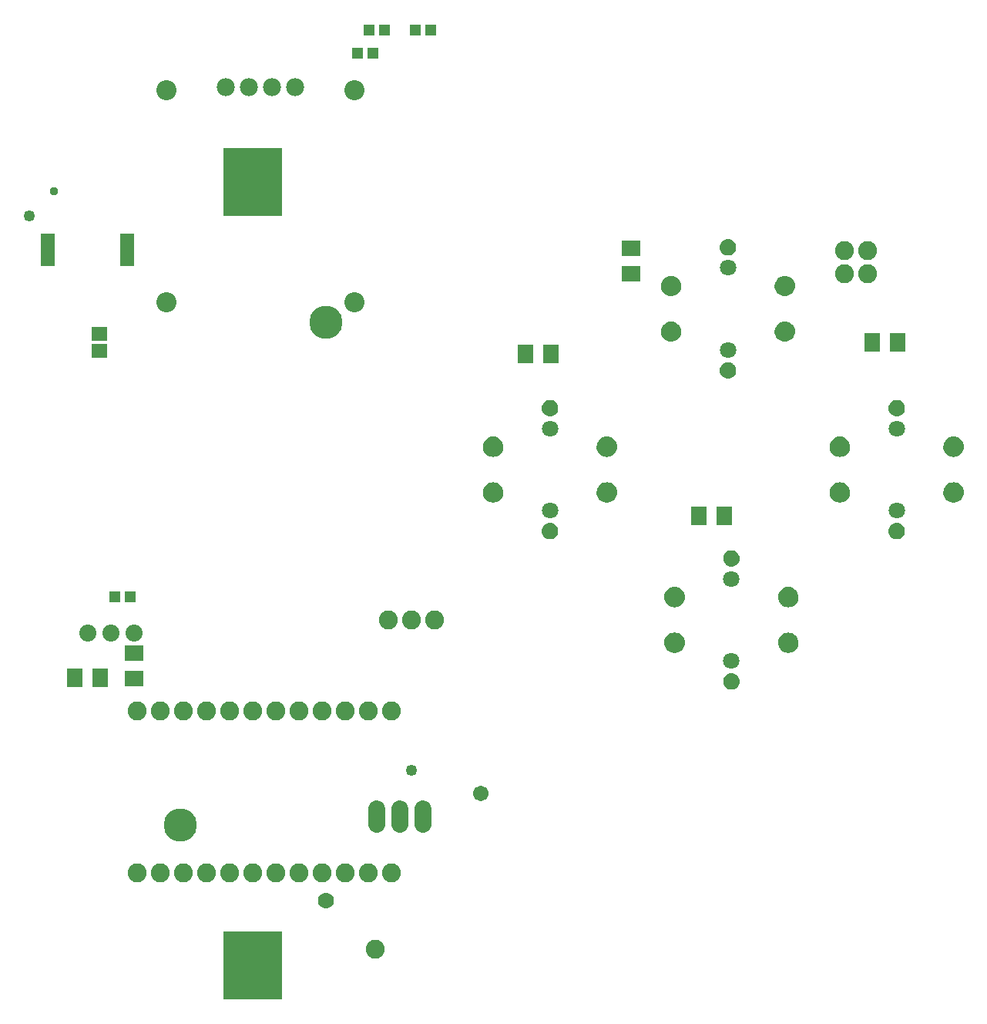
<source format=gbr>
G04 EAGLE Gerber RS-274X export*
G75*
%MOMM*%
%FSLAX34Y34*%
%LPD*%
%AMOC8*
5,1,8,0,0,1.08239X$1,22.5*%
G01*
%ADD10C,1.803200*%
%ADD11R,1.303200X1.203200*%
%ADD12C,2.082800*%
%ADD13C,0.953200*%
%ADD14C,1.253200*%
%ADD15R,1.503200X3.603200*%
%ADD16R,1.803200X2.003200*%
%ADD17R,2.003200X1.803200*%
%ADD18R,1.803200X1.503200*%
%ADD19C,1.981200*%
%ADD20C,2.203200*%
%ADD21C,1.828800*%
%ADD22C,1.872800*%
%ADD23R,6.553200X7.543200*%
%ADD24C,3.653200*%
%ADD25C,1.773200*%
%ADD26C,1.703200*%

G36*
X1018924Y586270D02*
X1018924Y586270D01*
X1018967Y586282D01*
X1019033Y586289D01*
X1020829Y586771D01*
X1020846Y586779D01*
X1020852Y586780D01*
X1020866Y586788D01*
X1020869Y586790D01*
X1020933Y586809D01*
X1022618Y587594D01*
X1022655Y587620D01*
X1022714Y587650D01*
X1024237Y588716D01*
X1024268Y588748D01*
X1024322Y588787D01*
X1025637Y590102D01*
X1025662Y590139D01*
X1025708Y590187D01*
X1026774Y591710D01*
X1026793Y591751D01*
X1026830Y591806D01*
X1027615Y593491D01*
X1027627Y593534D01*
X1027653Y593595D01*
X1028135Y595391D01*
X1028138Y595436D01*
X1028154Y595500D01*
X1028316Y597353D01*
X1028311Y597401D01*
X1028314Y597478D01*
X1028087Y599532D01*
X1028082Y599550D01*
X1028081Y599556D01*
X1028076Y599569D01*
X1028073Y599578D01*
X1028061Y599653D01*
X1027438Y601624D01*
X1027415Y601666D01*
X1027389Y601738D01*
X1026393Y603549D01*
X1026384Y603559D01*
X1026380Y603569D01*
X1026358Y603593D01*
X1026322Y603651D01*
X1024992Y605233D01*
X1024955Y605263D01*
X1024903Y605320D01*
X1023290Y606611D01*
X1023248Y606634D01*
X1023186Y606679D01*
X1021352Y607631D01*
X1021306Y607645D01*
X1021236Y607677D01*
X1019252Y608253D01*
X1019204Y608258D01*
X1019129Y608276D01*
X1017071Y608454D01*
X1017027Y608450D01*
X1016961Y608454D01*
X1014903Y608276D01*
X1014856Y608264D01*
X1014780Y608253D01*
X1012796Y607677D01*
X1012752Y607656D01*
X1012680Y607631D01*
X1010846Y606679D01*
X1010808Y606650D01*
X1010742Y606611D01*
X1009129Y605320D01*
X1009097Y605283D01*
X1009040Y605233D01*
X1007710Y603651D01*
X1007686Y603609D01*
X1007639Y603549D01*
X1006643Y601738D01*
X1006628Y601692D01*
X1006594Y601624D01*
X1005971Y599653D01*
X1005964Y599606D01*
X1005945Y599532D01*
X1005718Y597478D01*
X1005721Y597430D01*
X1005716Y597353D01*
X1005878Y595500D01*
X1005890Y595457D01*
X1005897Y595391D01*
X1006379Y593595D01*
X1006398Y593555D01*
X1006417Y593491D01*
X1007202Y591806D01*
X1007228Y591769D01*
X1007258Y591710D01*
X1008324Y590187D01*
X1008356Y590156D01*
X1008395Y590102D01*
X1009710Y588787D01*
X1009747Y588762D01*
X1009795Y588716D01*
X1011318Y587650D01*
X1011359Y587631D01*
X1011414Y587594D01*
X1013099Y586809D01*
X1013142Y586797D01*
X1013203Y586771D01*
X1014999Y586289D01*
X1015044Y586286D01*
X1015108Y586270D01*
X1016961Y586108D01*
X1017005Y586112D01*
X1017071Y586108D01*
X1018924Y586270D01*
G37*
G36*
X958472Y812838D02*
X958472Y812838D01*
X958515Y812850D01*
X958581Y812857D01*
X960377Y813339D01*
X960394Y813347D01*
X960400Y813348D01*
X960414Y813356D01*
X960417Y813358D01*
X960481Y813377D01*
X962166Y814162D01*
X962203Y814188D01*
X962262Y814218D01*
X963785Y815284D01*
X963816Y815316D01*
X963870Y815355D01*
X965185Y816670D01*
X965210Y816707D01*
X965256Y816755D01*
X966322Y818278D01*
X966341Y818319D01*
X966378Y818374D01*
X967163Y820059D01*
X967175Y820102D01*
X967201Y820163D01*
X967683Y821959D01*
X967686Y822004D01*
X967702Y822068D01*
X967864Y823921D01*
X967859Y823969D01*
X967862Y824046D01*
X967635Y826100D01*
X967630Y826118D01*
X967629Y826124D01*
X967624Y826137D01*
X967621Y826146D01*
X967609Y826221D01*
X966986Y828192D01*
X966963Y828234D01*
X966937Y828306D01*
X965941Y830117D01*
X965932Y830127D01*
X965928Y830137D01*
X965906Y830161D01*
X965870Y830219D01*
X964540Y831801D01*
X964503Y831831D01*
X964451Y831888D01*
X962838Y833179D01*
X962796Y833202D01*
X962734Y833247D01*
X960900Y834199D01*
X960854Y834213D01*
X960784Y834245D01*
X958800Y834821D01*
X958752Y834826D01*
X958677Y834844D01*
X956619Y835022D01*
X956575Y835018D01*
X956509Y835022D01*
X954451Y834844D01*
X954404Y834832D01*
X954328Y834821D01*
X952344Y834245D01*
X952300Y834224D01*
X952228Y834199D01*
X950394Y833247D01*
X950356Y833218D01*
X950290Y833179D01*
X948677Y831888D01*
X948645Y831851D01*
X948588Y831801D01*
X947258Y830219D01*
X947234Y830177D01*
X947187Y830117D01*
X946191Y828306D01*
X946176Y828260D01*
X946142Y828192D01*
X945519Y826221D01*
X945512Y826174D01*
X945493Y826100D01*
X945266Y824046D01*
X945269Y823998D01*
X945264Y823921D01*
X945426Y822068D01*
X945438Y822025D01*
X945445Y821959D01*
X945927Y820163D01*
X945946Y820123D01*
X945965Y820059D01*
X946750Y818374D01*
X946776Y818337D01*
X946806Y818278D01*
X947872Y816755D01*
X947904Y816724D01*
X947943Y816670D01*
X949258Y815355D01*
X949295Y815330D01*
X949343Y815284D01*
X950866Y814218D01*
X950907Y814199D01*
X950962Y814162D01*
X952647Y813377D01*
X952690Y813365D01*
X952751Y813339D01*
X954547Y812857D01*
X954592Y812854D01*
X954656Y812838D01*
X956509Y812676D01*
X956553Y812680D01*
X956619Y812676D01*
X958472Y812838D01*
G37*
G36*
X833504Y812838D02*
X833504Y812838D01*
X833547Y812850D01*
X833613Y812857D01*
X835409Y813339D01*
X835426Y813347D01*
X835432Y813348D01*
X835446Y813356D01*
X835449Y813358D01*
X835513Y813377D01*
X837198Y814162D01*
X837235Y814188D01*
X837294Y814218D01*
X838817Y815284D01*
X838848Y815316D01*
X838902Y815355D01*
X840217Y816670D01*
X840242Y816707D01*
X840288Y816755D01*
X841354Y818278D01*
X841373Y818319D01*
X841410Y818374D01*
X842195Y820059D01*
X842207Y820102D01*
X842233Y820163D01*
X842715Y821959D01*
X842718Y822004D01*
X842734Y822068D01*
X842896Y823921D01*
X842891Y823969D01*
X842894Y824046D01*
X842667Y826100D01*
X842662Y826118D01*
X842661Y826124D01*
X842656Y826137D01*
X842653Y826146D01*
X842641Y826221D01*
X842018Y828192D01*
X841995Y828234D01*
X841969Y828306D01*
X840973Y830117D01*
X840964Y830127D01*
X840960Y830137D01*
X840938Y830161D01*
X840902Y830219D01*
X839572Y831801D01*
X839535Y831831D01*
X839483Y831888D01*
X837870Y833179D01*
X837828Y833202D01*
X837766Y833247D01*
X835932Y834199D01*
X835886Y834213D01*
X835816Y834245D01*
X833832Y834821D01*
X833784Y834826D01*
X833709Y834844D01*
X831651Y835022D01*
X831607Y835018D01*
X831541Y835022D01*
X829483Y834844D01*
X829436Y834832D01*
X829360Y834821D01*
X827376Y834245D01*
X827332Y834224D01*
X827260Y834199D01*
X825426Y833247D01*
X825388Y833218D01*
X825322Y833179D01*
X823709Y831888D01*
X823677Y831851D01*
X823620Y831801D01*
X822290Y830219D01*
X822266Y830177D01*
X822219Y830117D01*
X821223Y828306D01*
X821208Y828260D01*
X821174Y828192D01*
X820551Y826221D01*
X820544Y826174D01*
X820525Y826100D01*
X820298Y824046D01*
X820301Y823998D01*
X820296Y823921D01*
X820458Y822068D01*
X820470Y822025D01*
X820477Y821959D01*
X820959Y820163D01*
X820978Y820123D01*
X820997Y820059D01*
X821782Y818374D01*
X821808Y818337D01*
X821838Y818278D01*
X822904Y816755D01*
X822936Y816724D01*
X822975Y816670D01*
X824290Y815355D01*
X824327Y815330D01*
X824375Y815284D01*
X825898Y814218D01*
X825939Y814199D01*
X825994Y814162D01*
X827679Y813377D01*
X827722Y813365D01*
X827783Y813339D01*
X829579Y812857D01*
X829624Y812854D01*
X829688Y812838D01*
X831541Y812676D01*
X831585Y812680D01*
X831651Y812676D01*
X833504Y812838D01*
G37*
G36*
X833504Y762800D02*
X833504Y762800D01*
X833547Y762812D01*
X833613Y762819D01*
X835409Y763301D01*
X835426Y763309D01*
X835432Y763310D01*
X835446Y763318D01*
X835449Y763320D01*
X835513Y763339D01*
X837198Y764124D01*
X837235Y764150D01*
X837294Y764180D01*
X838817Y765246D01*
X838848Y765278D01*
X838902Y765317D01*
X840217Y766632D01*
X840242Y766669D01*
X840288Y766717D01*
X841354Y768240D01*
X841373Y768281D01*
X841410Y768336D01*
X842195Y770021D01*
X842207Y770064D01*
X842233Y770125D01*
X842715Y771921D01*
X842718Y771966D01*
X842734Y772030D01*
X842896Y773883D01*
X842891Y773931D01*
X842894Y774008D01*
X842667Y776062D01*
X842662Y776080D01*
X842661Y776086D01*
X842656Y776099D01*
X842653Y776108D01*
X842641Y776183D01*
X842018Y778154D01*
X841995Y778196D01*
X841969Y778268D01*
X840973Y780079D01*
X840964Y780089D01*
X840960Y780099D01*
X840938Y780123D01*
X840902Y780181D01*
X839572Y781763D01*
X839535Y781793D01*
X839483Y781850D01*
X837870Y783141D01*
X837828Y783164D01*
X837766Y783209D01*
X835932Y784161D01*
X835886Y784175D01*
X835816Y784207D01*
X833832Y784783D01*
X833784Y784788D01*
X833709Y784806D01*
X831651Y784984D01*
X831607Y784980D01*
X831541Y784984D01*
X829483Y784806D01*
X829436Y784794D01*
X829360Y784783D01*
X827376Y784207D01*
X827332Y784186D01*
X827260Y784161D01*
X825426Y783209D01*
X825388Y783180D01*
X825322Y783141D01*
X823709Y781850D01*
X823677Y781813D01*
X823620Y781763D01*
X822290Y780181D01*
X822266Y780139D01*
X822219Y780079D01*
X821223Y778268D01*
X821208Y778222D01*
X821174Y778154D01*
X820551Y776183D01*
X820544Y776136D01*
X820525Y776062D01*
X820298Y774008D01*
X820301Y773960D01*
X820296Y773883D01*
X820458Y772030D01*
X820470Y771987D01*
X820477Y771921D01*
X820959Y770125D01*
X820978Y770085D01*
X820997Y770021D01*
X821782Y768336D01*
X821808Y768299D01*
X821838Y768240D01*
X822904Y766717D01*
X822936Y766686D01*
X822975Y766632D01*
X824290Y765317D01*
X824327Y765292D01*
X824375Y765246D01*
X825898Y764180D01*
X825939Y764161D01*
X825994Y764124D01*
X827679Y763339D01*
X827722Y763327D01*
X827783Y763301D01*
X829579Y762819D01*
X829624Y762816D01*
X829688Y762800D01*
X831541Y762638D01*
X831585Y762642D01*
X831651Y762638D01*
X833504Y762800D01*
G37*
G36*
X958472Y762800D02*
X958472Y762800D01*
X958515Y762812D01*
X958581Y762819D01*
X960377Y763301D01*
X960394Y763309D01*
X960400Y763310D01*
X960414Y763318D01*
X960417Y763320D01*
X960481Y763339D01*
X962166Y764124D01*
X962203Y764150D01*
X962262Y764180D01*
X963785Y765246D01*
X963816Y765278D01*
X963870Y765317D01*
X965185Y766632D01*
X965210Y766669D01*
X965256Y766717D01*
X966322Y768240D01*
X966341Y768281D01*
X966378Y768336D01*
X967163Y770021D01*
X967175Y770064D01*
X967201Y770125D01*
X967683Y771921D01*
X967686Y771966D01*
X967702Y772030D01*
X967864Y773883D01*
X967859Y773931D01*
X967862Y774008D01*
X967635Y776062D01*
X967630Y776080D01*
X967629Y776086D01*
X967624Y776099D01*
X967621Y776108D01*
X967609Y776183D01*
X966986Y778154D01*
X966963Y778196D01*
X966937Y778268D01*
X965941Y780079D01*
X965932Y780089D01*
X965928Y780099D01*
X965906Y780123D01*
X965870Y780181D01*
X964540Y781763D01*
X964503Y781793D01*
X964451Y781850D01*
X962838Y783141D01*
X962796Y783164D01*
X962734Y783209D01*
X960900Y784161D01*
X960854Y784175D01*
X960784Y784207D01*
X958800Y784783D01*
X958752Y784788D01*
X958677Y784806D01*
X956619Y784984D01*
X956575Y784980D01*
X956509Y784984D01*
X954451Y784806D01*
X954404Y784794D01*
X954328Y784783D01*
X952344Y784207D01*
X952300Y784186D01*
X952228Y784161D01*
X950394Y783209D01*
X950356Y783180D01*
X950290Y783141D01*
X948677Y781850D01*
X948645Y781813D01*
X948588Y781763D01*
X947258Y780181D01*
X947234Y780139D01*
X947187Y780079D01*
X946191Y778268D01*
X946176Y778222D01*
X946142Y778154D01*
X945519Y776183D01*
X945512Y776136D01*
X945493Y776062D01*
X945266Y774008D01*
X945269Y773960D01*
X945264Y773883D01*
X945426Y772030D01*
X945438Y771987D01*
X945445Y771921D01*
X945927Y770125D01*
X945946Y770085D01*
X945965Y770021D01*
X946750Y768336D01*
X946776Y768299D01*
X946806Y768240D01*
X947872Y766717D01*
X947904Y766686D01*
X947943Y766632D01*
X949258Y765317D01*
X949295Y765292D01*
X949343Y765246D01*
X950866Y764180D01*
X950907Y764161D01*
X950962Y764124D01*
X952647Y763339D01*
X952690Y763327D01*
X952751Y763301D01*
X954547Y762819D01*
X954592Y762816D01*
X954656Y762800D01*
X956509Y762638D01*
X956553Y762642D01*
X956619Y762638D01*
X958472Y762800D01*
G37*
G36*
X837314Y421170D02*
X837314Y421170D01*
X837357Y421182D01*
X837423Y421189D01*
X839219Y421671D01*
X839236Y421679D01*
X839242Y421680D01*
X839256Y421688D01*
X839259Y421690D01*
X839323Y421709D01*
X841008Y422494D01*
X841045Y422520D01*
X841104Y422550D01*
X842627Y423616D01*
X842658Y423648D01*
X842712Y423687D01*
X844027Y425002D01*
X844052Y425039D01*
X844098Y425087D01*
X845164Y426610D01*
X845183Y426651D01*
X845220Y426706D01*
X846005Y428391D01*
X846017Y428434D01*
X846043Y428495D01*
X846525Y430291D01*
X846528Y430336D01*
X846544Y430400D01*
X846706Y432253D01*
X846701Y432301D01*
X846704Y432378D01*
X846477Y434432D01*
X846472Y434450D01*
X846471Y434456D01*
X846466Y434469D01*
X846463Y434478D01*
X846451Y434553D01*
X845828Y436524D01*
X845805Y436566D01*
X845779Y436638D01*
X844783Y438449D01*
X844774Y438459D01*
X844770Y438469D01*
X844748Y438493D01*
X844712Y438551D01*
X843382Y440133D01*
X843345Y440163D01*
X843293Y440220D01*
X841680Y441511D01*
X841638Y441534D01*
X841576Y441579D01*
X839742Y442531D01*
X839696Y442545D01*
X839626Y442577D01*
X837642Y443153D01*
X837594Y443158D01*
X837519Y443176D01*
X835461Y443354D01*
X835417Y443350D01*
X835351Y443354D01*
X833293Y443176D01*
X833246Y443164D01*
X833170Y443153D01*
X831186Y442577D01*
X831142Y442556D01*
X831070Y442531D01*
X829236Y441579D01*
X829198Y441550D01*
X829132Y441511D01*
X827519Y440220D01*
X827487Y440183D01*
X827430Y440133D01*
X826100Y438551D01*
X826076Y438509D01*
X826029Y438449D01*
X825033Y436638D01*
X825018Y436592D01*
X824984Y436524D01*
X824361Y434553D01*
X824354Y434506D01*
X824335Y434432D01*
X824108Y432378D01*
X824111Y432330D01*
X824106Y432253D01*
X824268Y430400D01*
X824280Y430357D01*
X824287Y430291D01*
X824769Y428495D01*
X824788Y428455D01*
X824807Y428391D01*
X825592Y426706D01*
X825618Y426669D01*
X825648Y426610D01*
X826714Y425087D01*
X826746Y425056D01*
X826785Y425002D01*
X828100Y423687D01*
X828137Y423662D01*
X828185Y423616D01*
X829708Y422550D01*
X829749Y422531D01*
X829804Y422494D01*
X831489Y421709D01*
X831532Y421697D01*
X831593Y421671D01*
X833389Y421189D01*
X833434Y421186D01*
X833498Y421170D01*
X835351Y421008D01*
X835395Y421012D01*
X835461Y421008D01*
X837314Y421170D01*
G37*
G36*
X962282Y421170D02*
X962282Y421170D01*
X962325Y421182D01*
X962391Y421189D01*
X964187Y421671D01*
X964204Y421679D01*
X964210Y421680D01*
X964224Y421688D01*
X964227Y421690D01*
X964291Y421709D01*
X965976Y422494D01*
X966013Y422520D01*
X966072Y422550D01*
X967595Y423616D01*
X967626Y423648D01*
X967680Y423687D01*
X968995Y425002D01*
X969020Y425039D01*
X969066Y425087D01*
X970132Y426610D01*
X970151Y426651D01*
X970188Y426706D01*
X970973Y428391D01*
X970985Y428434D01*
X971011Y428495D01*
X971493Y430291D01*
X971496Y430336D01*
X971512Y430400D01*
X971674Y432253D01*
X971669Y432301D01*
X971672Y432378D01*
X971445Y434432D01*
X971440Y434450D01*
X971439Y434456D01*
X971434Y434469D01*
X971431Y434478D01*
X971419Y434553D01*
X970796Y436524D01*
X970773Y436566D01*
X970747Y436638D01*
X969751Y438449D01*
X969742Y438459D01*
X969738Y438469D01*
X969716Y438493D01*
X969680Y438551D01*
X968350Y440133D01*
X968313Y440163D01*
X968261Y440220D01*
X966648Y441511D01*
X966606Y441534D01*
X966544Y441579D01*
X964710Y442531D01*
X964664Y442545D01*
X964594Y442577D01*
X962610Y443153D01*
X962562Y443158D01*
X962487Y443176D01*
X960429Y443354D01*
X960385Y443350D01*
X960319Y443354D01*
X958261Y443176D01*
X958214Y443164D01*
X958138Y443153D01*
X956154Y442577D01*
X956110Y442556D01*
X956038Y442531D01*
X954204Y441579D01*
X954166Y441550D01*
X954100Y441511D01*
X952487Y440220D01*
X952455Y440183D01*
X952398Y440133D01*
X951068Y438551D01*
X951044Y438509D01*
X950997Y438449D01*
X950001Y436638D01*
X949986Y436592D01*
X949952Y436524D01*
X949329Y434553D01*
X949322Y434506D01*
X949303Y434432D01*
X949076Y432378D01*
X949079Y432330D01*
X949074Y432253D01*
X949236Y430400D01*
X949248Y430357D01*
X949255Y430291D01*
X949737Y428495D01*
X949756Y428455D01*
X949775Y428391D01*
X950560Y426706D01*
X950586Y426669D01*
X950616Y426610D01*
X951682Y425087D01*
X951714Y425056D01*
X951753Y425002D01*
X953068Y423687D01*
X953105Y423662D01*
X953153Y423616D01*
X954676Y422550D01*
X954717Y422531D01*
X954772Y422494D01*
X956457Y421709D01*
X956500Y421697D01*
X956561Y421671D01*
X958357Y421189D01*
X958402Y421186D01*
X958466Y421170D01*
X960319Y421008D01*
X960363Y421012D01*
X960429Y421008D01*
X962282Y421170D01*
G37*
G36*
X837314Y471208D02*
X837314Y471208D01*
X837357Y471220D01*
X837423Y471227D01*
X839219Y471709D01*
X839236Y471717D01*
X839242Y471718D01*
X839256Y471726D01*
X839259Y471728D01*
X839323Y471747D01*
X841008Y472532D01*
X841045Y472558D01*
X841104Y472588D01*
X842627Y473654D01*
X842658Y473686D01*
X842712Y473725D01*
X844027Y475040D01*
X844052Y475077D01*
X844098Y475125D01*
X845164Y476648D01*
X845183Y476689D01*
X845220Y476744D01*
X846005Y478429D01*
X846017Y478472D01*
X846043Y478533D01*
X846525Y480329D01*
X846528Y480374D01*
X846544Y480438D01*
X846706Y482291D01*
X846701Y482339D01*
X846704Y482416D01*
X846477Y484470D01*
X846472Y484488D01*
X846471Y484494D01*
X846466Y484507D01*
X846463Y484516D01*
X846451Y484591D01*
X845828Y486562D01*
X845805Y486604D01*
X845779Y486676D01*
X844783Y488487D01*
X844774Y488497D01*
X844770Y488507D01*
X844748Y488531D01*
X844712Y488589D01*
X843382Y490171D01*
X843345Y490201D01*
X843293Y490258D01*
X841680Y491549D01*
X841638Y491572D01*
X841576Y491617D01*
X839742Y492569D01*
X839696Y492583D01*
X839626Y492615D01*
X837642Y493191D01*
X837594Y493196D01*
X837519Y493214D01*
X835461Y493392D01*
X835417Y493388D01*
X835351Y493392D01*
X833293Y493214D01*
X833246Y493202D01*
X833170Y493191D01*
X831186Y492615D01*
X831142Y492594D01*
X831070Y492569D01*
X829236Y491617D01*
X829198Y491588D01*
X829132Y491549D01*
X827519Y490258D01*
X827487Y490221D01*
X827430Y490171D01*
X826100Y488589D01*
X826076Y488547D01*
X826029Y488487D01*
X825033Y486676D01*
X825018Y486630D01*
X824984Y486562D01*
X824361Y484591D01*
X824354Y484544D01*
X824335Y484470D01*
X824108Y482416D01*
X824111Y482368D01*
X824106Y482291D01*
X824268Y480438D01*
X824280Y480395D01*
X824287Y480329D01*
X824769Y478533D01*
X824788Y478493D01*
X824807Y478429D01*
X825592Y476744D01*
X825618Y476707D01*
X825648Y476648D01*
X826714Y475125D01*
X826746Y475094D01*
X826785Y475040D01*
X828100Y473725D01*
X828137Y473700D01*
X828185Y473654D01*
X829708Y472588D01*
X829749Y472569D01*
X829804Y472532D01*
X831489Y471747D01*
X831532Y471735D01*
X831593Y471709D01*
X833389Y471227D01*
X833434Y471224D01*
X833498Y471208D01*
X835351Y471046D01*
X835395Y471050D01*
X835461Y471046D01*
X837314Y471208D01*
G37*
G36*
X762892Y636308D02*
X762892Y636308D01*
X762935Y636320D01*
X763001Y636327D01*
X764797Y636809D01*
X764814Y636817D01*
X764820Y636818D01*
X764834Y636826D01*
X764837Y636828D01*
X764901Y636847D01*
X766586Y637632D01*
X766623Y637658D01*
X766682Y637688D01*
X768205Y638754D01*
X768236Y638786D01*
X768290Y638825D01*
X769605Y640140D01*
X769630Y640177D01*
X769676Y640225D01*
X770742Y641748D01*
X770761Y641789D01*
X770798Y641844D01*
X771583Y643529D01*
X771595Y643572D01*
X771621Y643633D01*
X772103Y645429D01*
X772106Y645474D01*
X772122Y645538D01*
X772284Y647391D01*
X772279Y647439D01*
X772282Y647516D01*
X772055Y649570D01*
X772050Y649588D01*
X772049Y649594D01*
X772044Y649607D01*
X772041Y649616D01*
X772029Y649691D01*
X771406Y651662D01*
X771383Y651704D01*
X771357Y651776D01*
X770361Y653587D01*
X770352Y653597D01*
X770348Y653607D01*
X770326Y653631D01*
X770290Y653689D01*
X768960Y655271D01*
X768923Y655301D01*
X768871Y655358D01*
X767258Y656649D01*
X767216Y656672D01*
X767154Y656717D01*
X765320Y657669D01*
X765274Y657683D01*
X765204Y657715D01*
X763220Y658291D01*
X763172Y658296D01*
X763097Y658314D01*
X761039Y658492D01*
X760995Y658488D01*
X760929Y658492D01*
X758871Y658314D01*
X758824Y658302D01*
X758748Y658291D01*
X756764Y657715D01*
X756720Y657694D01*
X756648Y657669D01*
X754814Y656717D01*
X754776Y656688D01*
X754710Y656649D01*
X753097Y655358D01*
X753065Y655321D01*
X753008Y655271D01*
X751678Y653689D01*
X751654Y653647D01*
X751607Y653587D01*
X750611Y651776D01*
X750596Y651730D01*
X750562Y651662D01*
X749939Y649691D01*
X749932Y649644D01*
X749913Y649570D01*
X749686Y647516D01*
X749689Y647468D01*
X749684Y647391D01*
X749846Y645538D01*
X749858Y645495D01*
X749865Y645429D01*
X750347Y643633D01*
X750366Y643593D01*
X750385Y643529D01*
X751170Y641844D01*
X751196Y641807D01*
X751226Y641748D01*
X752292Y640225D01*
X752324Y640194D01*
X752363Y640140D01*
X753678Y638825D01*
X753715Y638800D01*
X753763Y638754D01*
X755286Y637688D01*
X755327Y637669D01*
X755382Y637632D01*
X757067Y636847D01*
X757110Y636835D01*
X757171Y636809D01*
X758967Y636327D01*
X759012Y636324D01*
X759076Y636308D01*
X760929Y636146D01*
X760973Y636150D01*
X761039Y636146D01*
X762892Y636308D01*
G37*
G36*
X1018924Y636308D02*
X1018924Y636308D01*
X1018967Y636320D01*
X1019033Y636327D01*
X1020829Y636809D01*
X1020846Y636817D01*
X1020852Y636818D01*
X1020866Y636826D01*
X1020869Y636828D01*
X1020933Y636847D01*
X1022618Y637632D01*
X1022655Y637658D01*
X1022714Y637688D01*
X1024237Y638754D01*
X1024268Y638786D01*
X1024322Y638825D01*
X1025637Y640140D01*
X1025662Y640177D01*
X1025708Y640225D01*
X1026774Y641748D01*
X1026793Y641789D01*
X1026830Y641844D01*
X1027615Y643529D01*
X1027627Y643572D01*
X1027653Y643633D01*
X1028135Y645429D01*
X1028138Y645474D01*
X1028154Y645538D01*
X1028316Y647391D01*
X1028311Y647439D01*
X1028314Y647516D01*
X1028087Y649570D01*
X1028082Y649588D01*
X1028081Y649594D01*
X1028076Y649607D01*
X1028073Y649616D01*
X1028061Y649691D01*
X1027438Y651662D01*
X1027415Y651704D01*
X1027389Y651776D01*
X1026393Y653587D01*
X1026384Y653597D01*
X1026380Y653607D01*
X1026358Y653631D01*
X1026322Y653689D01*
X1024992Y655271D01*
X1024955Y655301D01*
X1024903Y655358D01*
X1023290Y656649D01*
X1023248Y656672D01*
X1023186Y656717D01*
X1021352Y657669D01*
X1021306Y657683D01*
X1021236Y657715D01*
X1019252Y658291D01*
X1019204Y658296D01*
X1019129Y658314D01*
X1017071Y658492D01*
X1017027Y658488D01*
X1016961Y658492D01*
X1014903Y658314D01*
X1014856Y658302D01*
X1014780Y658291D01*
X1012796Y657715D01*
X1012752Y657694D01*
X1012680Y657669D01*
X1010846Y656717D01*
X1010808Y656688D01*
X1010742Y656649D01*
X1009129Y655358D01*
X1009097Y655321D01*
X1009040Y655271D01*
X1007710Y653689D01*
X1007686Y653647D01*
X1007639Y653587D01*
X1006643Y651776D01*
X1006628Y651730D01*
X1006594Y651662D01*
X1005971Y649691D01*
X1005964Y649644D01*
X1005945Y649570D01*
X1005718Y647516D01*
X1005721Y647468D01*
X1005716Y647391D01*
X1005878Y645538D01*
X1005890Y645495D01*
X1005897Y645429D01*
X1006379Y643633D01*
X1006398Y643593D01*
X1006417Y643529D01*
X1007202Y641844D01*
X1007228Y641807D01*
X1007258Y641748D01*
X1008324Y640225D01*
X1008356Y640194D01*
X1008395Y640140D01*
X1009710Y638825D01*
X1009747Y638800D01*
X1009795Y638754D01*
X1011318Y637688D01*
X1011359Y637669D01*
X1011414Y637632D01*
X1013099Y636847D01*
X1013142Y636835D01*
X1013203Y636809D01*
X1014999Y636327D01*
X1015044Y636324D01*
X1015108Y636308D01*
X1016961Y636146D01*
X1017005Y636150D01*
X1017071Y636146D01*
X1018924Y636308D01*
G37*
G36*
X1143892Y636308D02*
X1143892Y636308D01*
X1143935Y636320D01*
X1144001Y636327D01*
X1145797Y636809D01*
X1145814Y636817D01*
X1145820Y636818D01*
X1145834Y636826D01*
X1145837Y636828D01*
X1145901Y636847D01*
X1147586Y637632D01*
X1147623Y637658D01*
X1147682Y637688D01*
X1149205Y638754D01*
X1149236Y638786D01*
X1149290Y638825D01*
X1150605Y640140D01*
X1150630Y640177D01*
X1150676Y640225D01*
X1151742Y641748D01*
X1151761Y641789D01*
X1151798Y641844D01*
X1152583Y643529D01*
X1152595Y643572D01*
X1152621Y643633D01*
X1153103Y645429D01*
X1153106Y645474D01*
X1153122Y645538D01*
X1153284Y647391D01*
X1153279Y647439D01*
X1153282Y647516D01*
X1153055Y649570D01*
X1153050Y649588D01*
X1153049Y649594D01*
X1153044Y649607D01*
X1153041Y649616D01*
X1153029Y649691D01*
X1152406Y651662D01*
X1152383Y651704D01*
X1152357Y651776D01*
X1151361Y653587D01*
X1151352Y653597D01*
X1151348Y653607D01*
X1151326Y653631D01*
X1151290Y653689D01*
X1149960Y655271D01*
X1149923Y655301D01*
X1149871Y655358D01*
X1148258Y656649D01*
X1148216Y656672D01*
X1148154Y656717D01*
X1146320Y657669D01*
X1146274Y657683D01*
X1146204Y657715D01*
X1144220Y658291D01*
X1144172Y658296D01*
X1144097Y658314D01*
X1142039Y658492D01*
X1141995Y658488D01*
X1141929Y658492D01*
X1139871Y658314D01*
X1139824Y658302D01*
X1139748Y658291D01*
X1137764Y657715D01*
X1137720Y657694D01*
X1137648Y657669D01*
X1135814Y656717D01*
X1135776Y656688D01*
X1135710Y656649D01*
X1134097Y655358D01*
X1134065Y655321D01*
X1134008Y655271D01*
X1132678Y653689D01*
X1132654Y653647D01*
X1132607Y653587D01*
X1131611Y651776D01*
X1131596Y651730D01*
X1131562Y651662D01*
X1130939Y649691D01*
X1130932Y649644D01*
X1130913Y649570D01*
X1130686Y647516D01*
X1130689Y647468D01*
X1130684Y647391D01*
X1130846Y645538D01*
X1130858Y645495D01*
X1130865Y645429D01*
X1131347Y643633D01*
X1131366Y643593D01*
X1131385Y643529D01*
X1132170Y641844D01*
X1132196Y641807D01*
X1132226Y641748D01*
X1133292Y640225D01*
X1133324Y640194D01*
X1133363Y640140D01*
X1134678Y638825D01*
X1134715Y638800D01*
X1134763Y638754D01*
X1136286Y637688D01*
X1136327Y637669D01*
X1136382Y637632D01*
X1138067Y636847D01*
X1138110Y636835D01*
X1138171Y636809D01*
X1139967Y636327D01*
X1140012Y636324D01*
X1140076Y636308D01*
X1141929Y636146D01*
X1141973Y636150D01*
X1142039Y636146D01*
X1143892Y636308D01*
G37*
G36*
X637924Y636308D02*
X637924Y636308D01*
X637967Y636320D01*
X638033Y636327D01*
X639829Y636809D01*
X639846Y636817D01*
X639852Y636818D01*
X639866Y636826D01*
X639869Y636828D01*
X639933Y636847D01*
X641618Y637632D01*
X641655Y637658D01*
X641714Y637688D01*
X643237Y638754D01*
X643268Y638786D01*
X643322Y638825D01*
X644637Y640140D01*
X644662Y640177D01*
X644708Y640225D01*
X645774Y641748D01*
X645793Y641789D01*
X645830Y641844D01*
X646615Y643529D01*
X646627Y643572D01*
X646653Y643633D01*
X647135Y645429D01*
X647138Y645474D01*
X647154Y645538D01*
X647316Y647391D01*
X647311Y647439D01*
X647314Y647516D01*
X647087Y649570D01*
X647082Y649588D01*
X647081Y649594D01*
X647076Y649607D01*
X647073Y649616D01*
X647061Y649691D01*
X646438Y651662D01*
X646415Y651704D01*
X646389Y651776D01*
X645393Y653587D01*
X645384Y653597D01*
X645380Y653607D01*
X645358Y653631D01*
X645322Y653689D01*
X643992Y655271D01*
X643955Y655301D01*
X643903Y655358D01*
X642290Y656649D01*
X642248Y656672D01*
X642186Y656717D01*
X640352Y657669D01*
X640306Y657683D01*
X640236Y657715D01*
X638252Y658291D01*
X638204Y658296D01*
X638129Y658314D01*
X636071Y658492D01*
X636027Y658488D01*
X635961Y658492D01*
X633903Y658314D01*
X633856Y658302D01*
X633780Y658291D01*
X631796Y657715D01*
X631752Y657694D01*
X631680Y657669D01*
X629846Y656717D01*
X629808Y656688D01*
X629742Y656649D01*
X628129Y655358D01*
X628097Y655321D01*
X628040Y655271D01*
X626710Y653689D01*
X626686Y653647D01*
X626639Y653587D01*
X625643Y651776D01*
X625628Y651730D01*
X625594Y651662D01*
X624971Y649691D01*
X624964Y649644D01*
X624945Y649570D01*
X624718Y647516D01*
X624721Y647468D01*
X624716Y647391D01*
X624878Y645538D01*
X624890Y645495D01*
X624897Y645429D01*
X625379Y643633D01*
X625398Y643593D01*
X625417Y643529D01*
X626202Y641844D01*
X626228Y641807D01*
X626258Y641748D01*
X627324Y640225D01*
X627356Y640194D01*
X627395Y640140D01*
X628710Y638825D01*
X628747Y638800D01*
X628795Y638754D01*
X630318Y637688D01*
X630359Y637669D01*
X630414Y637632D01*
X632099Y636847D01*
X632142Y636835D01*
X632203Y636809D01*
X633999Y636327D01*
X634044Y636324D01*
X634108Y636308D01*
X635961Y636146D01*
X636005Y636150D01*
X636071Y636146D01*
X637924Y636308D01*
G37*
G36*
X962282Y471208D02*
X962282Y471208D01*
X962325Y471220D01*
X962391Y471227D01*
X964187Y471709D01*
X964204Y471717D01*
X964210Y471718D01*
X964224Y471726D01*
X964227Y471728D01*
X964291Y471747D01*
X965976Y472532D01*
X966013Y472558D01*
X966072Y472588D01*
X967595Y473654D01*
X967626Y473686D01*
X967680Y473725D01*
X968995Y475040D01*
X969020Y475077D01*
X969066Y475125D01*
X970132Y476648D01*
X970151Y476689D01*
X970188Y476744D01*
X970973Y478429D01*
X970985Y478472D01*
X971011Y478533D01*
X971493Y480329D01*
X971496Y480374D01*
X971512Y480438D01*
X971674Y482291D01*
X971669Y482339D01*
X971672Y482416D01*
X971445Y484470D01*
X971440Y484488D01*
X971439Y484494D01*
X971434Y484507D01*
X971431Y484516D01*
X971419Y484591D01*
X970796Y486562D01*
X970773Y486604D01*
X970747Y486676D01*
X969751Y488487D01*
X969742Y488497D01*
X969738Y488507D01*
X969716Y488531D01*
X969680Y488589D01*
X968350Y490171D01*
X968313Y490201D01*
X968261Y490258D01*
X966648Y491549D01*
X966606Y491572D01*
X966544Y491617D01*
X964710Y492569D01*
X964664Y492583D01*
X964594Y492615D01*
X962610Y493191D01*
X962562Y493196D01*
X962487Y493214D01*
X960429Y493392D01*
X960385Y493388D01*
X960319Y493392D01*
X958261Y493214D01*
X958214Y493202D01*
X958138Y493191D01*
X956154Y492615D01*
X956110Y492594D01*
X956038Y492569D01*
X954204Y491617D01*
X954166Y491588D01*
X954100Y491549D01*
X952487Y490258D01*
X952455Y490221D01*
X952398Y490171D01*
X951068Y488589D01*
X951044Y488547D01*
X950997Y488487D01*
X950001Y486676D01*
X949986Y486630D01*
X949952Y486562D01*
X949329Y484591D01*
X949322Y484544D01*
X949303Y484470D01*
X949076Y482416D01*
X949079Y482368D01*
X949074Y482291D01*
X949236Y480438D01*
X949248Y480395D01*
X949255Y480329D01*
X949737Y478533D01*
X949756Y478493D01*
X949775Y478429D01*
X950560Y476744D01*
X950586Y476707D01*
X950616Y476648D01*
X951682Y475125D01*
X951714Y475094D01*
X951753Y475040D01*
X953068Y473725D01*
X953105Y473700D01*
X953153Y473654D01*
X954676Y472588D01*
X954717Y472569D01*
X954772Y472532D01*
X956457Y471747D01*
X956500Y471735D01*
X956561Y471709D01*
X958357Y471227D01*
X958402Y471224D01*
X958466Y471208D01*
X960319Y471046D01*
X960363Y471050D01*
X960429Y471046D01*
X962282Y471208D01*
G37*
G36*
X1143892Y586270D02*
X1143892Y586270D01*
X1143935Y586282D01*
X1144001Y586289D01*
X1145797Y586771D01*
X1145814Y586779D01*
X1145820Y586780D01*
X1145834Y586788D01*
X1145837Y586790D01*
X1145901Y586809D01*
X1147586Y587594D01*
X1147623Y587620D01*
X1147682Y587650D01*
X1149205Y588716D01*
X1149236Y588748D01*
X1149290Y588787D01*
X1150605Y590102D01*
X1150630Y590139D01*
X1150676Y590187D01*
X1151742Y591710D01*
X1151761Y591751D01*
X1151798Y591806D01*
X1152583Y593491D01*
X1152595Y593534D01*
X1152621Y593595D01*
X1153103Y595391D01*
X1153106Y595436D01*
X1153122Y595500D01*
X1153284Y597353D01*
X1153279Y597401D01*
X1153282Y597478D01*
X1153055Y599532D01*
X1153050Y599550D01*
X1153049Y599556D01*
X1153044Y599569D01*
X1153041Y599578D01*
X1153029Y599653D01*
X1152406Y601624D01*
X1152383Y601666D01*
X1152357Y601738D01*
X1151361Y603549D01*
X1151352Y603559D01*
X1151348Y603569D01*
X1151326Y603593D01*
X1151290Y603651D01*
X1149960Y605233D01*
X1149923Y605263D01*
X1149871Y605320D01*
X1148258Y606611D01*
X1148216Y606634D01*
X1148154Y606679D01*
X1146320Y607631D01*
X1146274Y607645D01*
X1146204Y607677D01*
X1144220Y608253D01*
X1144172Y608258D01*
X1144097Y608276D01*
X1142039Y608454D01*
X1141995Y608450D01*
X1141929Y608454D01*
X1139871Y608276D01*
X1139824Y608264D01*
X1139748Y608253D01*
X1137764Y607677D01*
X1137720Y607656D01*
X1137648Y607631D01*
X1135814Y606679D01*
X1135776Y606650D01*
X1135710Y606611D01*
X1134097Y605320D01*
X1134065Y605283D01*
X1134008Y605233D01*
X1132678Y603651D01*
X1132654Y603609D01*
X1132607Y603549D01*
X1131611Y601738D01*
X1131596Y601692D01*
X1131562Y601624D01*
X1130939Y599653D01*
X1130932Y599606D01*
X1130913Y599532D01*
X1130686Y597478D01*
X1130689Y597430D01*
X1130684Y597353D01*
X1130846Y595500D01*
X1130858Y595457D01*
X1130865Y595391D01*
X1131347Y593595D01*
X1131366Y593555D01*
X1131385Y593491D01*
X1132170Y591806D01*
X1132196Y591769D01*
X1132226Y591710D01*
X1133292Y590187D01*
X1133324Y590156D01*
X1133363Y590102D01*
X1134678Y588787D01*
X1134715Y588762D01*
X1134763Y588716D01*
X1136286Y587650D01*
X1136327Y587631D01*
X1136382Y587594D01*
X1138067Y586809D01*
X1138110Y586797D01*
X1138171Y586771D01*
X1139967Y586289D01*
X1140012Y586286D01*
X1140076Y586270D01*
X1141929Y586108D01*
X1141973Y586112D01*
X1142039Y586108D01*
X1143892Y586270D01*
G37*
G36*
X762892Y586270D02*
X762892Y586270D01*
X762935Y586282D01*
X763001Y586289D01*
X764797Y586771D01*
X764814Y586779D01*
X764820Y586780D01*
X764834Y586788D01*
X764837Y586790D01*
X764901Y586809D01*
X766586Y587594D01*
X766623Y587620D01*
X766682Y587650D01*
X768205Y588716D01*
X768236Y588748D01*
X768290Y588787D01*
X769605Y590102D01*
X769630Y590139D01*
X769676Y590187D01*
X770742Y591710D01*
X770761Y591751D01*
X770798Y591806D01*
X771583Y593491D01*
X771595Y593534D01*
X771621Y593595D01*
X772103Y595391D01*
X772106Y595436D01*
X772122Y595500D01*
X772284Y597353D01*
X772279Y597401D01*
X772282Y597478D01*
X772055Y599532D01*
X772050Y599550D01*
X772049Y599556D01*
X772044Y599569D01*
X772041Y599578D01*
X772029Y599653D01*
X771406Y601624D01*
X771383Y601666D01*
X771357Y601738D01*
X770361Y603549D01*
X770352Y603559D01*
X770348Y603569D01*
X770326Y603593D01*
X770290Y603651D01*
X768960Y605233D01*
X768923Y605263D01*
X768871Y605320D01*
X767258Y606611D01*
X767216Y606634D01*
X767154Y606679D01*
X765320Y607631D01*
X765274Y607645D01*
X765204Y607677D01*
X763220Y608253D01*
X763172Y608258D01*
X763097Y608276D01*
X761039Y608454D01*
X760995Y608450D01*
X760929Y608454D01*
X758871Y608276D01*
X758824Y608264D01*
X758748Y608253D01*
X756764Y607677D01*
X756720Y607656D01*
X756648Y607631D01*
X754814Y606679D01*
X754776Y606650D01*
X754710Y606611D01*
X753097Y605320D01*
X753065Y605283D01*
X753008Y605233D01*
X751678Y603651D01*
X751654Y603609D01*
X751607Y603549D01*
X750611Y601738D01*
X750596Y601692D01*
X750562Y601624D01*
X749939Y599653D01*
X749932Y599606D01*
X749913Y599532D01*
X749686Y597478D01*
X749689Y597430D01*
X749684Y597353D01*
X749846Y595500D01*
X749858Y595457D01*
X749865Y595391D01*
X750347Y593595D01*
X750366Y593555D01*
X750385Y593491D01*
X751170Y591806D01*
X751196Y591769D01*
X751226Y591710D01*
X752292Y590187D01*
X752324Y590156D01*
X752363Y590102D01*
X753678Y588787D01*
X753715Y588762D01*
X753763Y588716D01*
X755286Y587650D01*
X755327Y587631D01*
X755382Y587594D01*
X757067Y586809D01*
X757110Y586797D01*
X757171Y586771D01*
X758967Y586289D01*
X759012Y586286D01*
X759076Y586270D01*
X760929Y586108D01*
X760973Y586112D01*
X761039Y586108D01*
X762892Y586270D01*
G37*
G36*
X637924Y586270D02*
X637924Y586270D01*
X637967Y586282D01*
X638033Y586289D01*
X639829Y586771D01*
X639846Y586779D01*
X639852Y586780D01*
X639866Y586788D01*
X639869Y586790D01*
X639933Y586809D01*
X641618Y587594D01*
X641655Y587620D01*
X641714Y587650D01*
X643237Y588716D01*
X643268Y588748D01*
X643322Y588787D01*
X644637Y590102D01*
X644662Y590139D01*
X644708Y590187D01*
X645774Y591710D01*
X645793Y591751D01*
X645830Y591806D01*
X646615Y593491D01*
X646627Y593534D01*
X646653Y593595D01*
X647135Y595391D01*
X647138Y595436D01*
X647154Y595500D01*
X647316Y597353D01*
X647311Y597401D01*
X647314Y597478D01*
X647087Y599532D01*
X647082Y599550D01*
X647081Y599556D01*
X647076Y599569D01*
X647073Y599578D01*
X647061Y599653D01*
X646438Y601624D01*
X646415Y601666D01*
X646389Y601738D01*
X645393Y603549D01*
X645384Y603559D01*
X645380Y603569D01*
X645358Y603593D01*
X645322Y603651D01*
X643992Y605233D01*
X643955Y605263D01*
X643903Y605320D01*
X642290Y606611D01*
X642248Y606634D01*
X642186Y606679D01*
X640352Y607631D01*
X640306Y607645D01*
X640236Y607677D01*
X638252Y608253D01*
X638204Y608258D01*
X638129Y608276D01*
X636071Y608454D01*
X636027Y608450D01*
X635961Y608454D01*
X633903Y608276D01*
X633856Y608264D01*
X633780Y608253D01*
X631796Y607677D01*
X631752Y607656D01*
X631680Y607631D01*
X629846Y606679D01*
X629808Y606650D01*
X629742Y606611D01*
X628129Y605320D01*
X628097Y605283D01*
X628040Y605233D01*
X626710Y603651D01*
X626686Y603609D01*
X626639Y603549D01*
X625643Y601738D01*
X625628Y601692D01*
X625594Y601624D01*
X624971Y599653D01*
X624964Y599606D01*
X624945Y599532D01*
X624718Y597478D01*
X624721Y597430D01*
X624716Y597353D01*
X624878Y595500D01*
X624890Y595457D01*
X624897Y595391D01*
X625379Y593595D01*
X625398Y593555D01*
X625417Y593491D01*
X626202Y591806D01*
X626228Y591769D01*
X626258Y591710D01*
X627324Y590187D01*
X627356Y590156D01*
X627395Y590102D01*
X628710Y588787D01*
X628747Y588762D01*
X628795Y588716D01*
X630318Y587650D01*
X630359Y587631D01*
X630414Y587594D01*
X632099Y586809D01*
X632142Y586797D01*
X632203Y586771D01*
X633999Y586289D01*
X634044Y586286D01*
X634108Y586270D01*
X635961Y586108D01*
X636005Y586112D01*
X636071Y586108D01*
X637924Y586270D01*
G37*
G36*
X700165Y545856D02*
X700165Y545856D01*
X700212Y545868D01*
X700288Y545878D01*
X701843Y546324D01*
X701887Y546345D01*
X701959Y546370D01*
X703398Y547111D01*
X703436Y547140D01*
X703502Y547178D01*
X704769Y548186D01*
X704801Y548222D01*
X704858Y548272D01*
X705904Y549507D01*
X705928Y549549D01*
X705975Y549610D01*
X706760Y551025D01*
X706775Y551071D01*
X706809Y551139D01*
X707303Y552681D01*
X707309Y552728D01*
X707329Y552802D01*
X707512Y554410D01*
X707509Y554458D01*
X707514Y554535D01*
X707375Y556197D01*
X707363Y556244D01*
X707353Y556320D01*
X706893Y557923D01*
X706871Y557966D01*
X706847Y558039D01*
X706082Y559521D01*
X706053Y559560D01*
X706015Y559626D01*
X704976Y560931D01*
X704940Y560963D01*
X704889Y561020D01*
X703616Y562098D01*
X703574Y562122D01*
X703513Y562168D01*
X702054Y562977D01*
X702008Y562992D01*
X701940Y563026D01*
X700351Y563534D01*
X700303Y563540D01*
X700229Y563560D01*
X698572Y563748D01*
X698521Y563745D01*
X698428Y563748D01*
X696771Y563560D01*
X696725Y563546D01*
X696649Y563534D01*
X695060Y563026D01*
X695018Y563003D01*
X694946Y562977D01*
X693487Y562168D01*
X693449Y562138D01*
X693384Y562098D01*
X692111Y561020D01*
X692080Y560983D01*
X692024Y560931D01*
X690985Y559626D01*
X690962Y559583D01*
X690918Y559521D01*
X690153Y558039D01*
X690139Y557993D01*
X690107Y557923D01*
X689647Y556320D01*
X689642Y556272D01*
X689625Y556197D01*
X689486Y554535D01*
X689491Y554487D01*
X689488Y554410D01*
X689671Y552802D01*
X689685Y552756D01*
X689697Y552681D01*
X690191Y551139D01*
X690214Y551097D01*
X690240Y551025D01*
X691025Y549610D01*
X691056Y549572D01*
X691096Y549507D01*
X692142Y548272D01*
X692179Y548242D01*
X692231Y548186D01*
X693498Y547178D01*
X693540Y547155D01*
X693602Y547111D01*
X695041Y546370D01*
X695087Y546356D01*
X695157Y546324D01*
X696712Y545878D01*
X696760Y545873D01*
X696835Y545856D01*
X698448Y545722D01*
X698490Y545726D01*
X698552Y545722D01*
X700165Y545856D01*
G37*
G36*
X1081165Y545856D02*
X1081165Y545856D01*
X1081212Y545868D01*
X1081288Y545878D01*
X1082843Y546324D01*
X1082887Y546345D01*
X1082959Y546370D01*
X1084398Y547111D01*
X1084436Y547140D01*
X1084502Y547178D01*
X1085769Y548186D01*
X1085801Y548222D01*
X1085858Y548272D01*
X1086904Y549507D01*
X1086928Y549549D01*
X1086975Y549610D01*
X1087760Y551025D01*
X1087775Y551071D01*
X1087809Y551139D01*
X1088303Y552681D01*
X1088309Y552728D01*
X1088329Y552802D01*
X1088512Y554410D01*
X1088509Y554458D01*
X1088514Y554535D01*
X1088375Y556197D01*
X1088363Y556244D01*
X1088353Y556320D01*
X1087893Y557923D01*
X1087871Y557966D01*
X1087847Y558039D01*
X1087082Y559521D01*
X1087053Y559560D01*
X1087015Y559626D01*
X1085976Y560931D01*
X1085940Y560963D01*
X1085889Y561020D01*
X1084616Y562098D01*
X1084574Y562122D01*
X1084513Y562168D01*
X1083054Y562977D01*
X1083008Y562992D01*
X1082940Y563026D01*
X1081351Y563534D01*
X1081303Y563540D01*
X1081229Y563560D01*
X1079572Y563748D01*
X1079521Y563745D01*
X1079428Y563748D01*
X1077771Y563560D01*
X1077725Y563546D01*
X1077649Y563534D01*
X1076060Y563026D01*
X1076018Y563003D01*
X1075946Y562977D01*
X1074487Y562168D01*
X1074449Y562138D01*
X1074384Y562098D01*
X1073111Y561020D01*
X1073080Y560983D01*
X1073024Y560931D01*
X1071985Y559626D01*
X1071962Y559583D01*
X1071918Y559521D01*
X1071153Y558039D01*
X1071139Y557993D01*
X1071107Y557923D01*
X1070647Y556320D01*
X1070642Y556272D01*
X1070625Y556197D01*
X1070486Y554535D01*
X1070491Y554487D01*
X1070488Y554410D01*
X1070671Y552802D01*
X1070685Y552756D01*
X1070697Y552681D01*
X1071191Y551139D01*
X1071214Y551097D01*
X1071240Y551025D01*
X1072025Y549610D01*
X1072056Y549572D01*
X1072096Y549507D01*
X1073142Y548272D01*
X1073179Y548242D01*
X1073231Y548186D01*
X1074498Y547178D01*
X1074540Y547155D01*
X1074602Y547111D01*
X1076041Y546370D01*
X1076087Y546356D01*
X1076157Y546324D01*
X1077712Y545878D01*
X1077760Y545873D01*
X1077835Y545856D01*
X1079448Y545722D01*
X1079490Y545726D01*
X1079552Y545722D01*
X1081165Y545856D01*
G37*
G36*
X899555Y515884D02*
X899555Y515884D01*
X899602Y515896D01*
X899678Y515906D01*
X901233Y516352D01*
X901277Y516373D01*
X901349Y516398D01*
X902788Y517139D01*
X902826Y517168D01*
X902892Y517206D01*
X904159Y518214D01*
X904191Y518250D01*
X904248Y518300D01*
X905294Y519535D01*
X905318Y519577D01*
X905365Y519638D01*
X906150Y521053D01*
X906165Y521099D01*
X906199Y521167D01*
X906693Y522709D01*
X906699Y522756D01*
X906719Y522830D01*
X906902Y524438D01*
X906899Y524486D01*
X906904Y524563D01*
X906765Y526225D01*
X906753Y526272D01*
X906743Y526348D01*
X906283Y527951D01*
X906261Y527994D01*
X906237Y528067D01*
X905472Y529549D01*
X905443Y529588D01*
X905405Y529654D01*
X904366Y530959D01*
X904330Y530991D01*
X904279Y531048D01*
X903006Y532126D01*
X902964Y532150D01*
X902903Y532196D01*
X901444Y533005D01*
X901398Y533020D01*
X901330Y533054D01*
X899741Y533562D01*
X899693Y533568D01*
X899619Y533588D01*
X897962Y533776D01*
X897911Y533773D01*
X897818Y533776D01*
X896161Y533588D01*
X896115Y533574D01*
X896039Y533562D01*
X894450Y533054D01*
X894408Y533031D01*
X894336Y533005D01*
X892877Y532196D01*
X892839Y532166D01*
X892774Y532126D01*
X891501Y531048D01*
X891470Y531011D01*
X891414Y530959D01*
X890375Y529654D01*
X890352Y529611D01*
X890308Y529549D01*
X889543Y528067D01*
X889529Y528021D01*
X889497Y527951D01*
X889037Y526348D01*
X889032Y526300D01*
X889015Y526225D01*
X888876Y524563D01*
X888881Y524515D01*
X888878Y524438D01*
X889061Y522830D01*
X889075Y522784D01*
X889087Y522709D01*
X889581Y521167D01*
X889604Y521125D01*
X889630Y521053D01*
X890415Y519638D01*
X890446Y519600D01*
X890486Y519535D01*
X891532Y518300D01*
X891569Y518270D01*
X891621Y518214D01*
X892888Y517206D01*
X892930Y517183D01*
X892992Y517139D01*
X894431Y516398D01*
X894477Y516384D01*
X894547Y516352D01*
X896102Y515906D01*
X896150Y515901D01*
X896225Y515884D01*
X897838Y515750D01*
X897880Y515754D01*
X897942Y515750D01*
X899555Y515884D01*
G37*
G36*
X895745Y857514D02*
X895745Y857514D01*
X895792Y857526D01*
X895868Y857536D01*
X897423Y857982D01*
X897467Y858003D01*
X897539Y858028D01*
X898978Y858769D01*
X899016Y858798D01*
X899082Y858836D01*
X900349Y859844D01*
X900381Y859880D01*
X900438Y859930D01*
X901484Y861165D01*
X901508Y861207D01*
X901555Y861268D01*
X902340Y862683D01*
X902355Y862729D01*
X902389Y862797D01*
X902883Y864339D01*
X902889Y864386D01*
X902909Y864460D01*
X903092Y866068D01*
X903089Y866116D01*
X903094Y866193D01*
X902955Y867855D01*
X902943Y867902D01*
X902933Y867978D01*
X902473Y869581D01*
X902451Y869624D01*
X902427Y869697D01*
X901662Y871179D01*
X901633Y871218D01*
X901595Y871284D01*
X900556Y872589D01*
X900520Y872621D01*
X900469Y872678D01*
X899196Y873756D01*
X899154Y873780D01*
X899093Y873826D01*
X897634Y874635D01*
X897588Y874650D01*
X897520Y874684D01*
X895931Y875192D01*
X895883Y875198D01*
X895809Y875218D01*
X894152Y875406D01*
X894101Y875403D01*
X894008Y875406D01*
X892351Y875218D01*
X892305Y875204D01*
X892229Y875192D01*
X890640Y874684D01*
X890598Y874661D01*
X890526Y874635D01*
X889067Y873826D01*
X889029Y873796D01*
X888964Y873756D01*
X887691Y872678D01*
X887660Y872641D01*
X887604Y872589D01*
X886565Y871284D01*
X886542Y871241D01*
X886498Y871179D01*
X885733Y869697D01*
X885719Y869651D01*
X885687Y869581D01*
X885227Y867978D01*
X885222Y867930D01*
X885205Y867855D01*
X885066Y866193D01*
X885071Y866145D01*
X885068Y866068D01*
X885251Y864460D01*
X885265Y864414D01*
X885277Y864339D01*
X885771Y862797D01*
X885794Y862755D01*
X885820Y862683D01*
X886605Y861268D01*
X886636Y861230D01*
X886676Y861165D01*
X887722Y859930D01*
X887759Y859900D01*
X887811Y859844D01*
X889078Y858836D01*
X889120Y858813D01*
X889182Y858769D01*
X890621Y858028D01*
X890667Y858014D01*
X890737Y857982D01*
X892292Y857536D01*
X892340Y857531D01*
X892415Y857514D01*
X894028Y857380D01*
X894070Y857384D01*
X894132Y857380D01*
X895745Y857514D01*
G37*
G36*
X1081165Y680984D02*
X1081165Y680984D01*
X1081212Y680996D01*
X1081288Y681006D01*
X1082843Y681452D01*
X1082887Y681473D01*
X1082959Y681498D01*
X1084398Y682239D01*
X1084436Y682268D01*
X1084502Y682306D01*
X1085769Y683314D01*
X1085801Y683350D01*
X1085858Y683400D01*
X1086904Y684635D01*
X1086928Y684677D01*
X1086975Y684738D01*
X1087760Y686153D01*
X1087775Y686199D01*
X1087809Y686267D01*
X1088303Y687809D01*
X1088309Y687856D01*
X1088329Y687930D01*
X1088512Y689538D01*
X1088509Y689586D01*
X1088514Y689663D01*
X1088375Y691325D01*
X1088363Y691372D01*
X1088353Y691448D01*
X1087893Y693051D01*
X1087871Y693094D01*
X1087847Y693167D01*
X1087082Y694649D01*
X1087053Y694688D01*
X1087015Y694754D01*
X1085976Y696059D01*
X1085940Y696091D01*
X1085889Y696148D01*
X1084616Y697226D01*
X1084574Y697250D01*
X1084513Y697296D01*
X1083054Y698105D01*
X1083008Y698120D01*
X1082940Y698154D01*
X1081351Y698662D01*
X1081303Y698668D01*
X1081229Y698688D01*
X1079572Y698876D01*
X1079521Y698873D01*
X1079428Y698876D01*
X1077771Y698688D01*
X1077725Y698674D01*
X1077649Y698662D01*
X1076060Y698154D01*
X1076018Y698131D01*
X1075946Y698105D01*
X1074487Y697296D01*
X1074449Y697266D01*
X1074384Y697226D01*
X1073111Y696148D01*
X1073080Y696111D01*
X1073024Y696059D01*
X1071985Y694754D01*
X1071962Y694711D01*
X1071918Y694649D01*
X1071153Y693167D01*
X1071139Y693121D01*
X1071107Y693051D01*
X1070647Y691448D01*
X1070642Y691400D01*
X1070625Y691325D01*
X1070486Y689663D01*
X1070491Y689615D01*
X1070488Y689538D01*
X1070671Y687930D01*
X1070685Y687884D01*
X1070697Y687809D01*
X1071191Y686267D01*
X1071214Y686225D01*
X1071240Y686153D01*
X1072025Y684738D01*
X1072056Y684700D01*
X1072096Y684635D01*
X1073142Y683400D01*
X1073179Y683370D01*
X1073231Y683314D01*
X1074498Y682306D01*
X1074540Y682283D01*
X1074602Y682239D01*
X1076041Y681498D01*
X1076087Y681484D01*
X1076157Y681452D01*
X1077712Y681006D01*
X1077760Y681001D01*
X1077835Y680984D01*
X1079448Y680850D01*
X1079490Y680854D01*
X1079552Y680850D01*
X1081165Y680984D01*
G37*
G36*
X700165Y680984D02*
X700165Y680984D01*
X700212Y680996D01*
X700288Y681006D01*
X701843Y681452D01*
X701887Y681473D01*
X701959Y681498D01*
X703398Y682239D01*
X703436Y682268D01*
X703502Y682306D01*
X704769Y683314D01*
X704801Y683350D01*
X704858Y683400D01*
X705904Y684635D01*
X705928Y684677D01*
X705975Y684738D01*
X706760Y686153D01*
X706775Y686199D01*
X706809Y686267D01*
X707303Y687809D01*
X707309Y687856D01*
X707329Y687930D01*
X707512Y689538D01*
X707509Y689586D01*
X707514Y689663D01*
X707375Y691325D01*
X707363Y691372D01*
X707353Y691448D01*
X706893Y693051D01*
X706871Y693094D01*
X706847Y693167D01*
X706082Y694649D01*
X706053Y694688D01*
X706015Y694754D01*
X704976Y696059D01*
X704940Y696091D01*
X704889Y696148D01*
X703616Y697226D01*
X703574Y697250D01*
X703513Y697296D01*
X702054Y698105D01*
X702008Y698120D01*
X701940Y698154D01*
X700351Y698662D01*
X700303Y698668D01*
X700229Y698688D01*
X698572Y698876D01*
X698521Y698873D01*
X698428Y698876D01*
X696771Y698688D01*
X696725Y698674D01*
X696649Y698662D01*
X695060Y698154D01*
X695018Y698131D01*
X694946Y698105D01*
X693487Y697296D01*
X693449Y697266D01*
X693384Y697226D01*
X692111Y696148D01*
X692080Y696111D01*
X692024Y696059D01*
X690985Y694754D01*
X690962Y694711D01*
X690918Y694649D01*
X690153Y693167D01*
X690139Y693121D01*
X690107Y693051D01*
X689647Y691448D01*
X689642Y691400D01*
X689625Y691325D01*
X689486Y689663D01*
X689491Y689615D01*
X689488Y689538D01*
X689671Y687930D01*
X689685Y687884D01*
X689697Y687809D01*
X690191Y686267D01*
X690214Y686225D01*
X690240Y686153D01*
X691025Y684738D01*
X691056Y684700D01*
X691096Y684635D01*
X692142Y683400D01*
X692179Y683370D01*
X692231Y683314D01*
X693498Y682306D01*
X693540Y682283D01*
X693602Y682239D01*
X695041Y681498D01*
X695087Y681484D01*
X695157Y681452D01*
X696712Y681006D01*
X696760Y681001D01*
X696835Y680984D01*
X698448Y680850D01*
X698490Y680854D01*
X698552Y680850D01*
X700165Y680984D01*
G37*
G36*
X895745Y722386D02*
X895745Y722386D01*
X895792Y722398D01*
X895868Y722408D01*
X897423Y722854D01*
X897467Y722875D01*
X897539Y722900D01*
X898978Y723641D01*
X899016Y723670D01*
X899082Y723708D01*
X900349Y724716D01*
X900381Y724752D01*
X900438Y724802D01*
X901484Y726037D01*
X901508Y726079D01*
X901555Y726140D01*
X902340Y727555D01*
X902355Y727601D01*
X902389Y727669D01*
X902883Y729211D01*
X902889Y729258D01*
X902909Y729332D01*
X903092Y730940D01*
X903089Y730988D01*
X903094Y731065D01*
X902955Y732727D01*
X902943Y732774D01*
X902933Y732850D01*
X902473Y734453D01*
X902451Y734496D01*
X902427Y734569D01*
X901662Y736051D01*
X901633Y736090D01*
X901595Y736156D01*
X900556Y737461D01*
X900520Y737493D01*
X900469Y737550D01*
X899196Y738628D01*
X899154Y738652D01*
X899093Y738698D01*
X897634Y739507D01*
X897588Y739522D01*
X897520Y739556D01*
X895931Y740064D01*
X895883Y740070D01*
X895809Y740090D01*
X894152Y740278D01*
X894101Y740275D01*
X894008Y740278D01*
X892351Y740090D01*
X892305Y740076D01*
X892229Y740064D01*
X890640Y739556D01*
X890598Y739533D01*
X890526Y739507D01*
X889067Y738698D01*
X889029Y738668D01*
X888964Y738628D01*
X887691Y737550D01*
X887660Y737513D01*
X887604Y737461D01*
X886565Y736156D01*
X886542Y736113D01*
X886498Y736051D01*
X885733Y734569D01*
X885719Y734523D01*
X885687Y734453D01*
X885227Y732850D01*
X885222Y732802D01*
X885205Y732727D01*
X885066Y731065D01*
X885071Y731017D01*
X885068Y730940D01*
X885251Y729332D01*
X885265Y729286D01*
X885277Y729211D01*
X885771Y727669D01*
X885794Y727627D01*
X885820Y727555D01*
X886605Y726140D01*
X886636Y726102D01*
X886676Y726037D01*
X887722Y724802D01*
X887759Y724772D01*
X887811Y724716D01*
X889078Y723708D01*
X889120Y723685D01*
X889182Y723641D01*
X890621Y722900D01*
X890667Y722886D01*
X890737Y722854D01*
X892292Y722408D01*
X892340Y722403D01*
X892415Y722386D01*
X894028Y722252D01*
X894070Y722256D01*
X894132Y722252D01*
X895745Y722386D01*
G37*
G36*
X899555Y380756D02*
X899555Y380756D01*
X899602Y380768D01*
X899678Y380778D01*
X901233Y381224D01*
X901277Y381245D01*
X901349Y381270D01*
X902788Y382011D01*
X902826Y382040D01*
X902892Y382078D01*
X904159Y383086D01*
X904191Y383122D01*
X904248Y383172D01*
X905294Y384407D01*
X905318Y384449D01*
X905365Y384510D01*
X906150Y385925D01*
X906165Y385971D01*
X906199Y386039D01*
X906693Y387581D01*
X906699Y387628D01*
X906719Y387702D01*
X906902Y389310D01*
X906899Y389358D01*
X906904Y389435D01*
X906765Y391097D01*
X906753Y391144D01*
X906743Y391220D01*
X906283Y392823D01*
X906261Y392866D01*
X906237Y392939D01*
X905472Y394421D01*
X905443Y394460D01*
X905405Y394526D01*
X904366Y395831D01*
X904330Y395863D01*
X904279Y395920D01*
X903006Y396998D01*
X902964Y397022D01*
X902903Y397068D01*
X901444Y397877D01*
X901398Y397892D01*
X901330Y397926D01*
X899741Y398434D01*
X899693Y398440D01*
X899619Y398460D01*
X897962Y398648D01*
X897911Y398645D01*
X897818Y398648D01*
X896161Y398460D01*
X896115Y398446D01*
X896039Y398434D01*
X894450Y397926D01*
X894408Y397903D01*
X894336Y397877D01*
X892877Y397068D01*
X892839Y397038D01*
X892774Y396998D01*
X891501Y395920D01*
X891470Y395883D01*
X891414Y395831D01*
X890375Y394526D01*
X890352Y394483D01*
X890308Y394421D01*
X889543Y392939D01*
X889529Y392893D01*
X889497Y392823D01*
X889037Y391220D01*
X889032Y391172D01*
X889015Y391097D01*
X888876Y389435D01*
X888881Y389387D01*
X888878Y389310D01*
X889061Y387702D01*
X889075Y387656D01*
X889087Y387581D01*
X889581Y386039D01*
X889604Y385997D01*
X889630Y385925D01*
X890415Y384510D01*
X890446Y384472D01*
X890486Y384407D01*
X891532Y383172D01*
X891569Y383142D01*
X891621Y383086D01*
X892888Y382078D01*
X892930Y382055D01*
X892992Y382011D01*
X894431Y381270D01*
X894477Y381256D01*
X894547Y381224D01*
X896102Y380778D01*
X896150Y380773D01*
X896225Y380756D01*
X897838Y380622D01*
X897880Y380626D01*
X897942Y380622D01*
X899555Y380756D01*
G37*
D10*
X894080Y843830D03*
X894080Y753830D03*
D11*
X503800Y1079500D03*
X486800Y1079500D03*
X237100Y482600D03*
X220100Y482600D03*
D10*
X1079500Y667300D03*
X1079500Y577300D03*
D12*
X1047750Y862330D03*
X1047750Y836930D03*
X1022350Y836930D03*
X1022350Y862330D03*
D13*
X153135Y927835D03*
D14*
X126265Y900965D03*
D15*
X147000Y863600D03*
X234000Y863600D03*
D16*
X671800Y749300D03*
X699800Y749300D03*
D17*
X241300Y420400D03*
X241300Y392400D03*
D16*
X1052800Y762000D03*
X1080800Y762000D03*
D17*
X787400Y836900D03*
X787400Y864900D03*
D16*
X862300Y571500D03*
X890300Y571500D03*
D11*
X499500Y1104900D03*
X516500Y1104900D03*
X567300Y1104900D03*
X550300Y1104900D03*
D18*
X203200Y771500D03*
X203200Y752500D03*
D16*
X176500Y393700D03*
X204500Y393700D03*
D10*
X698500Y667300D03*
X698500Y577300D03*
D12*
X520700Y457200D03*
X546100Y457200D03*
X571500Y457200D03*
X524510Y356870D03*
X499110Y356870D03*
X473710Y356870D03*
X448310Y356870D03*
X422910Y356870D03*
X397510Y356870D03*
X372110Y356870D03*
X346710Y356870D03*
X321310Y356870D03*
X295910Y356870D03*
X270510Y356870D03*
X245110Y356870D03*
X245110Y179070D03*
X270510Y179070D03*
X295910Y179070D03*
X321310Y179070D03*
X346710Y179070D03*
X372110Y179070D03*
X397510Y179070D03*
X422910Y179070D03*
X448310Y179070D03*
X473710Y179070D03*
X499110Y179070D03*
X524510Y179070D03*
D19*
X418040Y1042130D03*
X392640Y1042130D03*
X367240Y1042130D03*
X341840Y1042130D03*
D20*
X276840Y806130D03*
X483840Y806130D03*
X483840Y1039130D03*
X276840Y1039130D03*
D10*
X897890Y502200D03*
X897890Y412200D03*
D21*
X558800Y249428D02*
X558800Y233172D01*
X533400Y233172D02*
X533400Y249428D01*
X508000Y249428D02*
X508000Y233172D01*
D22*
X190500Y442700D03*
X215900Y442700D03*
X241300Y442700D03*
D23*
X372110Y938000D03*
X372110Y78000D03*
D24*
X452110Y784000D03*
X292110Y232000D03*
D25*
X452110Y148700D03*
D12*
X506730Y95250D03*
D14*
X546100Y292100D03*
D26*
X622300Y266700D03*
M02*

</source>
